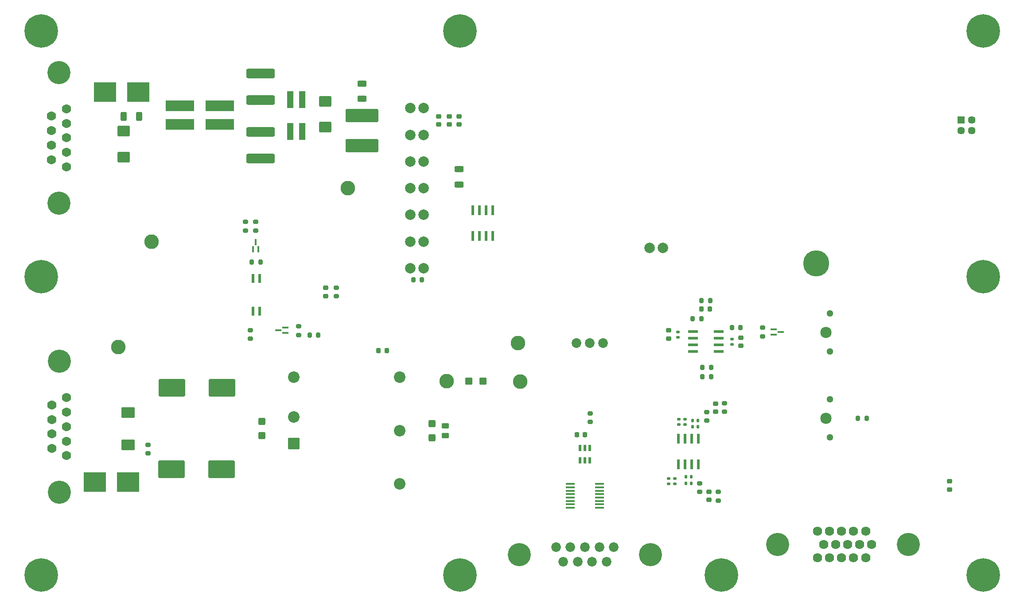
<source format=gbr>
%TF.GenerationSoftware,KiCad,Pcbnew,9.0.3*%
%TF.CreationDate,2025-09-16T12:03:33-04:00*%
%TF.ProjectId,6_COLD_TPC_HV,365f434f-4c44-45f5-9450-435f48562e6b,rev?*%
%TF.SameCoordinates,Original*%
%TF.FileFunction,Soldermask,Top*%
%TF.FilePolarity,Negative*%
%FSLAX46Y46*%
G04 Gerber Fmt 4.6, Leading zero omitted, Abs format (unit mm)*
G04 Created by KiCad (PCBNEW 9.0.3) date 2025-09-16 12:03:33*
%MOMM*%
%LPD*%
G01*
G04 APERTURE LIST*
G04 Aperture macros list*
%AMRoundRect*
0 Rectangle with rounded corners*
0 $1 Rounding radius*
0 $2 $3 $4 $5 $6 $7 $8 $9 X,Y pos of 4 corners*
0 Add a 4 corners polygon primitive as box body*
4,1,4,$2,$3,$4,$5,$6,$7,$8,$9,$2,$3,0*
0 Add four circle primitives for the rounded corners*
1,1,$1+$1,$2,$3*
1,1,$1+$1,$4,$5*
1,1,$1+$1,$6,$7*
1,1,$1+$1,$8,$9*
0 Add four rect primitives between the rounded corners*
20,1,$1+$1,$2,$3,$4,$5,0*
20,1,$1+$1,$4,$5,$6,$7,0*
20,1,$1+$1,$6,$7,$8,$9,0*
20,1,$1+$1,$8,$9,$2,$3,0*%
%AMFreePoly0*
4,1,5,1.625000,-0.625000,-1.625000,-0.625000,-1.625000,0.625000,1.625000,0.625000,1.625000,-0.625000,1.625000,-0.625000,$1*%
G04 Aperture macros list end*
%ADD10RoundRect,0.200000X-0.275000X0.200000X-0.275000X-0.200000X0.275000X-0.200000X0.275000X0.200000X0*%
%ADD11RoundRect,0.135000X0.185000X-0.135000X0.185000X0.135000X-0.185000X0.135000X-0.185000X-0.135000X0*%
%ADD12C,2.800000*%
%ADD13RoundRect,0.250000X0.425000X-0.450000X0.425000X0.450000X-0.425000X0.450000X-0.425000X-0.450000X0*%
%ADD14RoundRect,0.200000X0.275000X-0.200000X0.275000X0.200000X-0.275000X0.200000X-0.275000X-0.200000X0*%
%ADD15C,6.400000*%
%ADD16RoundRect,0.135000X-0.185000X0.135000X-0.185000X-0.135000X0.185000X-0.135000X0.185000X0.135000X0*%
%ADD17C,1.295400*%
%ADD18C,2.159000*%
%ADD19RoundRect,0.250000X1.025000X-0.787500X1.025000X0.787500X-1.025000X0.787500X-1.025000X-0.787500X0*%
%ADD20C,1.779000*%
%ADD21C,4.420000*%
%ADD22RoundRect,0.250000X0.450000X-0.262500X0.450000X0.262500X-0.450000X0.262500X-0.450000X-0.262500X0*%
%ADD23RoundRect,0.170000X2.330000X-1.530000X2.330000X1.530000X-2.330000X1.530000X-2.330000X-1.530000X0*%
%ADD24RoundRect,0.225000X-0.250000X0.225000X-0.250000X-0.225000X0.250000X-0.225000X0.250000X0.225000X0*%
%ADD25R,1.981200X0.558800*%
%ADD26FreePoly0,90.000000*%
%ADD27RoundRect,0.225000X0.250000X-0.225000X0.250000X0.225000X-0.250000X0.225000X-0.250000X-0.225000X0*%
%ADD28RoundRect,0.250000X-0.625000X0.312500X-0.625000X-0.312500X0.625000X-0.312500X0.625000X0.312500X0*%
%ADD29RoundRect,0.020000X-2.680000X0.980000X-2.680000X-0.980000X2.680000X-0.980000X2.680000X0.980000X0*%
%ADD30R,5.400000X2.000000*%
%ADD31R,0.558800X1.651000*%
%ADD32RoundRect,0.250000X0.925000X-0.787500X0.925000X0.787500X-0.925000X0.787500X-0.925000X-0.787500X0*%
%ADD33RoundRect,0.200000X-0.200000X-0.275000X0.200000X-0.275000X0.200000X0.275000X-0.200000X0.275000X0*%
%ADD34C,1.854000*%
%ADD35RoundRect,0.250000X-0.312500X-0.625000X0.312500X-0.625000X0.312500X0.625000X-0.312500X0.625000X0*%
%ADD36R,4.241800X3.810000*%
%ADD37RoundRect,0.250000X-0.925000X0.787500X-0.925000X-0.787500X0.925000X-0.787500X0.925000X0.787500X0*%
%ADD38C,5.000000*%
%ADD39C,2.000000*%
%ADD40RoundRect,0.250000X2.900000X-1.000000X2.900000X1.000000X-2.900000X1.000000X-2.900000X-1.000000X0*%
%ADD41RoundRect,0.250000X0.450000X0.425000X-0.450000X0.425000X-0.450000X-0.425000X0.450000X-0.425000X0*%
%ADD42R,1.447800X1.447800*%
%ADD43C,1.447800*%
%ADD44RoundRect,0.225000X-0.225000X-0.250000X0.225000X-0.250000X0.225000X0.250000X-0.225000X0.250000X0*%
%ADD45R,1.161200X0.350800*%
%ADD46RoundRect,0.135000X0.135000X0.185000X-0.135000X0.185000X-0.135000X-0.185000X0.135000X-0.185000X0*%
%ADD47R,0.558800X1.981200*%
%ADD48C,1.839000*%
%ADD49C,1.764000*%
%ADD50RoundRect,0.102000X1.000000X-1.000000X1.000000X1.000000X-1.000000X1.000000X-1.000000X-1.000000X0*%
%ADD51C,2.204000*%
%ADD52RoundRect,0.250000X-2.450000X0.650000X-2.450000X-0.650000X2.450000X-0.650000X2.450000X0.650000X0*%
%ADD53R,0.350800X1.161200*%
%ADD54RoundRect,0.200000X0.200000X0.275000X-0.200000X0.275000X-0.200000X-0.275000X0.200000X-0.275000X0*%
%ADD55RoundRect,0.225000X0.225000X0.250000X-0.225000X0.250000X-0.225000X-0.250000X0.225000X-0.250000X0*%
%ADD56R,0.533400X1.219200*%
%ADD57RoundRect,0.135000X-0.135000X-0.185000X0.135000X-0.185000X0.135000X0.185000X-0.135000X0.185000X0*%
%ADD58RoundRect,0.250000X0.625000X-0.312500X0.625000X0.312500X-0.625000X0.312500X-0.625000X-0.312500X0*%
%ADD59R,1.676400X0.355600*%
G04 APERTURE END LIST*
D10*
%TO.C,R36*%
X219345000Y-146128800D03*
X219345000Y-147778800D03*
%TD*%
D11*
%TO.C,R25*%
X211055000Y-144583800D03*
X211055000Y-143563800D03*
%TD*%
D12*
%TO.C,GND1*%
X104730000Y-118410000D03*
%TD*%
D13*
%TO.C,C11*%
X132210000Y-135350000D03*
X132210000Y-132650000D03*
%TD*%
D14*
%TO.C,R21*%
X220575000Y-130818800D03*
X220575000Y-129168800D03*
%TD*%
D15*
%TO.C,H3*%
X270000000Y-58000000D03*
%TD*%
D16*
%TO.C,R31*%
X221970000Y-116870000D03*
X221970000Y-117890000D03*
%TD*%
D15*
%TO.C,H2*%
X90000000Y-105000000D03*
%TD*%
D17*
%TO.C,P1*%
X240760000Y-135719800D03*
X240760000Y-128399800D03*
D18*
X240000000Y-132049800D03*
%TD*%
D19*
%TO.C,C10*%
X106610000Y-137153500D03*
X106610000Y-130928500D03*
%TD*%
D15*
%TO.C,H6*%
X170000000Y-58000000D03*
%TD*%
D10*
%TO.C,R7*%
X129010000Y-94480000D03*
X129010000Y-96130000D03*
%TD*%
D14*
%TO.C,R35*%
X227840000Y-116385000D03*
X227840000Y-114735000D03*
%TD*%
D20*
%TO.C,J3*%
X247536000Y-153630000D03*
X245246000Y-153630000D03*
X242956000Y-153630000D03*
X240666000Y-153630000D03*
X238376000Y-153630000D03*
X248681000Y-156170000D03*
X246391000Y-156170000D03*
X244101000Y-156170000D03*
X241811000Y-156170000D03*
X239521000Y-156170000D03*
X247536000Y-158710000D03*
X245246000Y-158710000D03*
X242956000Y-158710000D03*
X240666000Y-158710000D03*
X238376000Y-158710000D03*
D21*
X230715000Y-156170000D03*
X255705000Y-156170000D03*
%TD*%
D22*
%TO.C,R13*%
X167200000Y-135322500D03*
X167200000Y-133497500D03*
%TD*%
D23*
%TO.C,L4*%
X114900000Y-141801000D03*
X124500000Y-141801000D03*
%TD*%
D11*
%TO.C,R15*%
X211845000Y-133273800D03*
X211845000Y-132253800D03*
%TD*%
D24*
%TO.C,C37*%
X144390000Y-107115000D03*
X144390000Y-108665000D03*
%TD*%
D25*
%TO.C,U6*%
X214516200Y-115430000D03*
X214516200Y-116700000D03*
X214516200Y-117970000D03*
X214516200Y-119240000D03*
X219443800Y-119240000D03*
X219443800Y-117970000D03*
X219443800Y-116700000D03*
X219443800Y-115430000D03*
%TD*%
D26*
%TO.C,L2*%
X137586000Y-77239000D03*
X139861000Y-77239000D03*
%TD*%
D27*
%TO.C,C6*%
X169880000Y-75860000D03*
X169880000Y-74310000D03*
%TD*%
D24*
%TO.C,C27*%
X218895000Y-129273800D03*
X218895000Y-130823800D03*
%TD*%
D28*
%TO.C,R3*%
X169880000Y-84422500D03*
X169880000Y-87347500D03*
%TD*%
D14*
%TO.C,R6*%
X129950000Y-116840000D03*
X129950000Y-115190000D03*
%TD*%
D29*
%TO.C,L1*%
X124160000Y-75815000D03*
X124160000Y-72315000D03*
X116540000Y-72315000D03*
D30*
X116540000Y-75815000D03*
%TD*%
D12*
%TO.C,V_{3.3V}1*%
X181560000Y-125020000D03*
%TD*%
D31*
%TO.C,Q1*%
X130485000Y-111559200D03*
X131755000Y-111559200D03*
X131755000Y-105310800D03*
X130485000Y-105310800D03*
%TD*%
D27*
%TO.C,C34*%
X217605000Y-147678800D03*
X217605000Y-146128800D03*
%TD*%
D32*
%TO.C,C4*%
X144250000Y-76357500D03*
X144250000Y-71432500D03*
%TD*%
D33*
%TO.C,R4*%
X141285000Y-116115000D03*
X142935000Y-116115000D03*
%TD*%
D34*
%TO.C,J5*%
X197400000Y-117660000D03*
X194860000Y-117660000D03*
X192320000Y-117660000D03*
%TD*%
D27*
%TO.C,C8*%
X165980000Y-75860000D03*
X165980000Y-74310000D03*
%TD*%
D15*
%TO.C,H9*%
X270000000Y-105000000D03*
%TD*%
D33*
%TO.C,R22*%
X216185000Y-109500000D03*
X217835000Y-109500000D03*
%TD*%
D35*
%TO.C,R1*%
X105767500Y-74352500D03*
X108692500Y-74352500D03*
%TD*%
D16*
%TO.C,R26*%
X209885000Y-143563800D03*
X209885000Y-144583800D03*
%TD*%
D36*
%TO.C,F1*%
X102182300Y-69670000D03*
X108557700Y-69670000D03*
%TD*%
D37*
%TO.C,C1*%
X105750000Y-77150000D03*
X105750000Y-82075000D03*
%TD*%
D38*
%TO.C,U1*%
X238060000Y-102445000D03*
D39*
X160560000Y-72745000D03*
X160560000Y-77845000D03*
X160560000Y-82945000D03*
X160560000Y-88045000D03*
X160560000Y-93145000D03*
X160560000Y-98245000D03*
X160560000Y-103345000D03*
X163060000Y-72745000D03*
X163060000Y-77845000D03*
X163060000Y-82945000D03*
X163060000Y-88045000D03*
X163060000Y-93145000D03*
X163060000Y-98245000D03*
X163060000Y-103345000D03*
X206260000Y-99445000D03*
X208760000Y-99445000D03*
%TD*%
D33*
%TO.C,R28*%
X216345000Y-122350000D03*
X217995000Y-122350000D03*
%TD*%
D27*
%TO.C,C30*%
X263570000Y-145655000D03*
X263570000Y-144105000D03*
%TD*%
D40*
%TO.C,C5*%
X151310000Y-79875000D03*
X151310000Y-74175000D03*
%TD*%
D41*
%TO.C,C13*%
X174430000Y-124990000D03*
X171730000Y-124990000D03*
%TD*%
D10*
%TO.C,R39*%
X146360000Y-107065000D03*
X146360000Y-108715000D03*
%TD*%
D33*
%TO.C,R33*%
X221985000Y-114740000D03*
X223635000Y-114740000D03*
%TD*%
D15*
%TO.C,H8*%
X170000000Y-162000000D03*
%TD*%
%TO.C,H4*%
X220000000Y-162000000D03*
%TD*%
D42*
%TO.C,J6*%
X265779999Y-75009999D03*
D43*
X265779999Y-77010000D03*
X267780000Y-75009999D03*
X267780000Y-77010000D03*
%TD*%
D44*
%TO.C,C9*%
X192370000Y-135170000D03*
X193920000Y-135170000D03*
%TD*%
D45*
%TO.C,M3*%
X229955000Y-115060001D03*
X229955000Y-116059999D03*
X231305000Y-115560000D03*
%TD*%
D15*
%TO.C,H7*%
X270000000Y-162000000D03*
%TD*%
D46*
%TO.C,R16*%
X215495000Y-133703800D03*
X214475000Y-133703800D03*
%TD*%
D47*
%TO.C,U5*%
X215605000Y-135936200D03*
X214335000Y-135936200D03*
X213065000Y-135936200D03*
X211795000Y-135936200D03*
X211795000Y-140863800D03*
X213065000Y-140863800D03*
X214335000Y-140863800D03*
X215605000Y-140863800D03*
%TD*%
D48*
%TO.C,J4*%
X199440000Y-156690000D03*
X196670000Y-156690000D03*
X193900000Y-156690000D03*
X191130000Y-156690000D03*
X188360000Y-156690000D03*
X198055000Y-159530000D03*
X195285000Y-159530000D03*
X192515000Y-159530000D03*
X189745000Y-159530000D03*
D21*
X181400000Y-158110000D03*
X206400000Y-158110000D03*
%TD*%
D10*
%TO.C,R8*%
X131000000Y-94480000D03*
X131000000Y-96130000D03*
%TD*%
D49*
%TO.C,J2*%
X94880000Y-128120000D03*
X94880000Y-130890000D03*
X94880000Y-133660000D03*
X94880000Y-136430000D03*
X94880000Y-139200000D03*
X92040000Y-129505000D03*
X92040000Y-132275000D03*
X92040000Y-135045000D03*
X92040000Y-137815000D03*
D21*
X93460000Y-121160000D03*
X93460000Y-146160000D03*
%TD*%
D27*
%TO.C,C24*%
X209860000Y-116800000D03*
X209860000Y-115250000D03*
%TD*%
D50*
%TO.C,U4*%
X138247500Y-136930000D03*
D51*
X138247500Y-131830000D03*
X158547500Y-144630000D03*
X158547500Y-134430000D03*
X158547500Y-124230000D03*
X138247500Y-124230000D03*
%TD*%
D12*
%TO.C,V_{GND}1*%
X167490000Y-124990000D03*
%TD*%
D14*
%TO.C,R5*%
X139240000Y-116120000D03*
X139240000Y-114470000D03*
%TD*%
D13*
%TO.C,C22*%
X164680000Y-135775000D03*
X164680000Y-133075000D03*
%TD*%
D52*
%TO.C,C2*%
X131890000Y-77265000D03*
X131890000Y-82365000D03*
%TD*%
D12*
%TO.C,HV_SET_{-EXT}1*%
X181130000Y-117680000D03*
%TD*%
D53*
%TO.C,M2*%
X130500001Y-99750000D03*
X131499999Y-99750000D03*
X131000000Y-98400000D03*
%TD*%
D54*
%TO.C,R27*%
X218005000Y-124100000D03*
X216355000Y-124100000D03*
%TD*%
D27*
%TO.C,C7*%
X167970000Y-75860000D03*
X167970000Y-74310000D03*
%TD*%
D23*
%TO.C,L5*%
X114980000Y-126241000D03*
X124580000Y-126241000D03*
%TD*%
D15*
%TO.C,H5*%
X90000000Y-162000000D03*
%TD*%
%TO.C,H1*%
X90000000Y-58000000D03*
%TD*%
D10*
%TO.C,R34*%
X215795000Y-144478800D03*
X215795000Y-146128800D03*
%TD*%
D55*
%TO.C,C19*%
X156025000Y-119070000D03*
X154475000Y-119070000D03*
%TD*%
D26*
%TO.C,L3*%
X137566000Y-71129000D03*
X139841000Y-71129000D03*
%TD*%
D33*
%TO.C,R20*%
X214505000Y-113040000D03*
X216155000Y-113040000D03*
%TD*%
D56*
%TO.C,U2*%
X194865001Y-137731600D03*
X193915000Y-137731600D03*
X192964999Y-137731600D03*
X192964999Y-140068400D03*
X193915000Y-140068400D03*
X194865001Y-140068400D03*
%TD*%
D33*
%TO.C,R9*%
X130265000Y-102195000D03*
X131915000Y-102195000D03*
%TD*%
%TO.C,R37*%
X246063000Y-132100000D03*
X247713000Y-132100000D03*
%TD*%
D27*
%TO.C,C32*%
X223690000Y-118175000D03*
X223690000Y-116625000D03*
%TD*%
D36*
%TO.C,F2*%
X100272300Y-144230000D03*
X106647700Y-144230000D03*
%TD*%
D57*
%TO.C,C31*%
X213215000Y-144483800D03*
X214235000Y-144483800D03*
%TD*%
D49*
%TO.C,J1*%
X94830000Y-72880000D03*
X94830000Y-75650000D03*
X94830000Y-78420000D03*
X94830000Y-81190000D03*
X94830000Y-83960000D03*
X91990000Y-74265000D03*
X91990000Y-77035000D03*
X91990000Y-79805000D03*
X91990000Y-82575000D03*
D21*
X93410000Y-65920000D03*
X93410000Y-90920000D03*
%TD*%
D54*
%TO.C,R18*%
X162765000Y-105555000D03*
X161115000Y-105555000D03*
%TD*%
D46*
%TO.C,R29*%
X214235000Y-143213800D03*
X213215000Y-143213800D03*
%TD*%
D55*
%TO.C,C28*%
X217735000Y-111160000D03*
X216185000Y-111160000D03*
%TD*%
D58*
%TO.C,R2*%
X151350000Y-70950000D03*
X151350000Y-68025000D03*
%TD*%
D52*
%TO.C,C3*%
X131890000Y-66095000D03*
X131890000Y-71195000D03*
%TD*%
D14*
%TO.C,R11*%
X110460000Y-138765000D03*
X110460000Y-137115000D03*
%TD*%
D12*
%TO.C,GND2*%
X111060000Y-98240000D03*
%TD*%
D45*
%TO.C,M1*%
X136690000Y-115739998D03*
X136690000Y-114740000D03*
X135340000Y-115239999D03*
%TD*%
D47*
%TO.C,U7*%
X172455000Y-97168800D03*
X173725000Y-97168800D03*
X174995000Y-97168800D03*
X176265000Y-97168800D03*
X176265000Y-92241200D03*
X174995000Y-92241200D03*
X173725000Y-92241200D03*
X172455000Y-92241200D03*
%TD*%
D16*
%TO.C,R14*%
X213065000Y-132253800D03*
X213065000Y-133273800D03*
%TD*%
D17*
%TO.C,P2*%
X240760000Y-119290000D03*
X240760000Y-111970000D03*
D18*
X240000000Y-115620000D03*
%TD*%
D59*
%TO.C,U10*%
X191095600Y-144615001D03*
X191095600Y-145264999D03*
X191095600Y-145915001D03*
X191095600Y-146564999D03*
X191095600Y-147214998D03*
X191095600Y-147864999D03*
X191095600Y-148514998D03*
X191095600Y-149164999D03*
X196734400Y-149164999D03*
X196734400Y-148515001D03*
X196734400Y-147864999D03*
X196734400Y-147215001D03*
X196734400Y-146565002D03*
X196734400Y-145915001D03*
X196734400Y-145265002D03*
X196734400Y-144615001D03*
%TD*%
D57*
%TO.C,C23*%
X214475000Y-132503800D03*
X215495000Y-132503800D03*
%TD*%
D14*
%TO.C,R19*%
X217185000Y-132493800D03*
X217185000Y-130843800D03*
%TD*%
D10*
%TO.C,R10*%
X194880000Y-131125000D03*
X194880000Y-132775000D03*
%TD*%
D12*
%TO.C,V_{EN}1*%
X148590000Y-88075000D03*
%TD*%
D16*
%TO.C,R17*%
X211670000Y-115515000D03*
X211670000Y-116535000D03*
%TD*%
M02*

</source>
